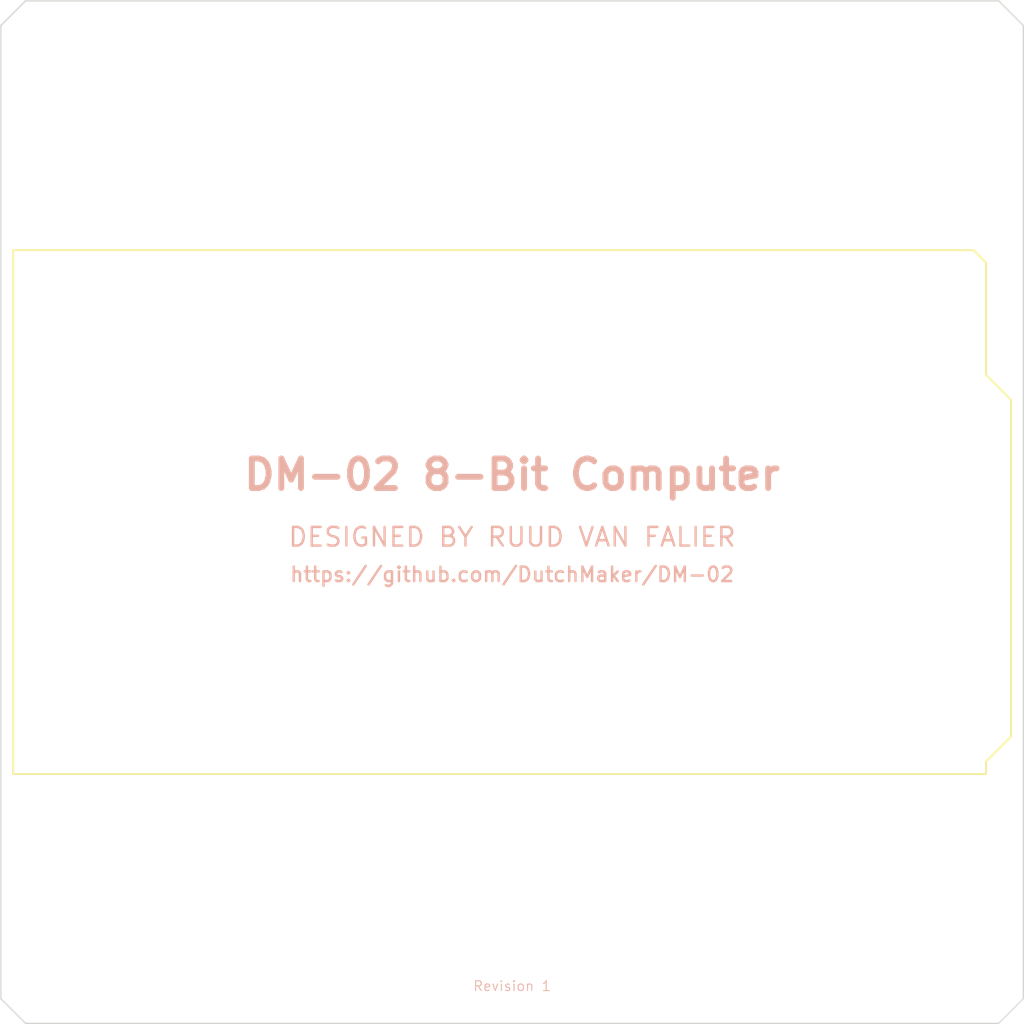
<source format=kicad_pcb>
(kicad_pcb (version 20171130) (host pcbnew 5.0.2+dfsg1-1)

  (general
    (thickness 1.6)
    (drawings 21)
    (tracks 0)
    (zones 0)
    (modules 8)
    (nets 1)
  )

  (page A4)
  (layers
    (0 F.Cu signal)
    (31 B.Cu signal)
    (32 B.Adhes user hide)
    (33 F.Adhes user hide)
    (34 B.Paste user hide)
    (35 F.Paste user hide)
    (36 B.SilkS user)
    (37 F.SilkS user)
    (38 B.Mask user hide)
    (39 F.Mask user hide)
    (40 Dwgs.User user hide)
    (41 Cmts.User user hide)
    (42 Eco1.User user hide)
    (43 Eco2.User user hide)
    (44 Edge.Cuts user)
    (45 Margin user)
    (46 B.CrtYd user hide)
    (47 F.CrtYd user hide)
    (48 B.Fab user hide)
    (49 F.Fab user)
  )

  (setup
    (last_trace_width 0.25)
    (trace_clearance 0.2)
    (zone_clearance 0.508)
    (zone_45_only no)
    (trace_min 0.2)
    (segment_width 0.2)
    (edge_width 0.15)
    (via_size 0.8)
    (via_drill 0.4)
    (via_min_size 0.4)
    (via_min_drill 0.3)
    (uvia_size 0.3)
    (uvia_drill 0.1)
    (uvias_allowed no)
    (uvia_min_size 0.2)
    (uvia_min_drill 0.1)
    (pcb_text_width 0.3)
    (pcb_text_size 1.5 1.5)
    (mod_edge_width 0.15)
    (mod_text_size 1 1)
    (mod_text_width 0.15)
    (pad_size 1.524 1.524)
    (pad_drill 0.762)
    (pad_to_mask_clearance 0.051)
    (solder_mask_min_width 0.25)
    (aux_axis_origin 0 0)
    (visible_elements FFFFFF7F)
    (pcbplotparams
      (layerselection 0x010fc_ffffffff)
      (usegerberextensions true)
      (usegerberattributes false)
      (usegerberadvancedattributes false)
      (creategerberjobfile false)
      (excludeedgelayer true)
      (linewidth 0.100000)
      (plotframeref false)
      (viasonmask false)
      (mode 1)
      (useauxorigin false)
      (hpglpennumber 1)
      (hpglpenspeed 20)
      (hpglpendiameter 15.000000)
      (psnegative false)
      (psa4output false)
      (plotreference true)
      (plotvalue true)
      (plotinvisibletext false)
      (padsonsilk false)
      (subtractmaskfromsilk false)
      (outputformat 1)
      (mirror false)
      (drillshape 0)
      (scaleselection 1)
      (outputdirectory "gerber/"))
  )

  (net 0 "")

  (net_class Default "This is the default net class."
    (clearance 0.2)
    (trace_width 0.25)
    (via_dia 0.8)
    (via_drill 0.4)
    (uvia_dia 0.3)
    (uvia_drill 0.1)
  )

  (module MountingHole:MountingHole_3.2mm_M3 (layer F.Cu) (tedit 5D77B31F) (tstamp 5D77EB54)
    (at 118.11 54.61)
    (descr "Mounting Hole 3.2mm, no annular, M3")
    (tags "mounting hole 3.2mm no annular m3")
    (path /5D77B2F7)
    (attr virtual)
    (fp_text reference H1 (at 0 -4.2) (layer F.SilkS) hide
      (effects (font (size 1 1) (thickness 0.15)))
    )
    (fp_text value MountingHole (at 0 4.2) (layer F.Fab) hide
      (effects (font (size 1 1) (thickness 0.15)))
    )
    (fp_text user %R (at 0.3 0) (layer F.Fab)
      (effects (font (size 1 1) (thickness 0.15)))
    )
    (fp_circle (center 0 0) (end 3.2 0) (layer Cmts.User) (width 0.15))
    (fp_circle (center 0 0) (end 3.45 0) (layer F.CrtYd) (width 0.05))
    (pad 1 np_thru_hole circle (at 0 0) (size 3.2 3.2) (drill 3.2) (layers *.Cu *.Mask))
  )

  (module MountingHole:MountingHole_3.2mm_M3 (layer F.Cu) (tedit 5D77B31F) (tstamp 5D77EB46)
    (at 124.46 102.87)
    (descr "Mounting Hole 3.2mm, no annular, M3")
    (tags "mounting hole 3.2mm no annular m3")
    (path /5D77B2F7)
    (attr virtual)
    (fp_text reference H1 (at 0 -4.2) (layer F.SilkS) hide
      (effects (font (size 1 1) (thickness 0.15)))
    )
    (fp_text value MountingHole (at 0 4.2) (layer F.Fab) hide
      (effects (font (size 1 1) (thickness 0.15)))
    )
    (fp_circle (center 0 0) (end 3.45 0) (layer F.CrtYd) (width 0.05))
    (fp_circle (center 0 0) (end 3.2 0) (layer Cmts.User) (width 0.15))
    (fp_text user %R (at 0.3 0) (layer F.Fab)
      (effects (font (size 1 1) (thickness 0.15)))
    )
    (pad 1 np_thru_hole circle (at 0 0) (size 3.2 3.2) (drill 3.2) (layers *.Cu *.Mask))
  )

  (module MountingHole:MountingHole_3.2mm_M3 (layer F.Cu) (tedit 5D77B31F) (tstamp 5D77EB38)
    (at 41.91 102.87)
    (descr "Mounting Hole 3.2mm, no annular, M3")
    (tags "mounting hole 3.2mm no annular m3")
    (path /5D77B2F7)
    (attr virtual)
    (fp_text reference H1 (at 0 -4.2) (layer F.SilkS) hide
      (effects (font (size 1 1) (thickness 0.15)))
    )
    (fp_text value MountingHole (at 0 4.2) (layer F.Fab) hide
      (effects (font (size 1 1) (thickness 0.15)))
    )
    (fp_text user %R (at 0.3 0) (layer F.Fab)
      (effects (font (size 1 1) (thickness 0.15)))
    )
    (fp_circle (center 0 0) (end 3.2 0) (layer Cmts.User) (width 0.15))
    (fp_circle (center 0 0) (end 3.45 0) (layer F.CrtYd) (width 0.05))
    (pad 1 np_thru_hole circle (at 0 0) (size 3.2 3.2) (drill 3.2) (layers *.Cu *.Mask))
  )

  (module MountingHole:MountingHole_3.2mm_M3 (layer F.Cu) (tedit 5D77B31F) (tstamp 5D77EB2A)
    (at 43.18 54.61)
    (descr "Mounting Hole 3.2mm, no annular, M3")
    (tags "mounting hole 3.2mm no annular m3")
    (path /5D77B2F7)
    (attr virtual)
    (fp_text reference H1 (at 0 -4.2) (layer F.SilkS) hide
      (effects (font (size 1 1) (thickness 0.15)))
    )
    (fp_text value MountingHole (at 0 4.2) (layer F.Fab) hide
      (effects (font (size 1 1) (thickness 0.15)))
    )
    (fp_circle (center 0 0) (end 3.45 0) (layer F.CrtYd) (width 0.05))
    (fp_circle (center 0 0) (end 3.2 0) (layer Cmts.User) (width 0.15))
    (fp_text user %R (at 0.3 0) (layer F.Fab)
      (effects (font (size 1 1) (thickness 0.15)))
    )
    (pad 1 np_thru_hole circle (at 0 0) (size 3.2 3.2) (drill 3.2) (layers *.Cu *.Mask))
  )

  (module MountingHole:MountingHole_3.2mm_M3 (layer F.Cu) (tedit 5D77B335) (tstamp 5D8FADFB)
    (at 125.73 31.75)
    (descr "Mounting Hole 3.2mm, no annular, M3")
    (tags "mounting hole 3.2mm no annular m3")
    (path /5D77B482)
    (attr virtual)
    (fp_text reference H4 (at 0 -4.2) (layer F.SilkS) hide
      (effects (font (size 1 1) (thickness 0.15)))
    )
    (fp_text value MountingHole (at 0 4.2) (layer F.Fab) hide
      (effects (font (size 1 1) (thickness 0.15)))
    )
    (fp_circle (center 0 0) (end 3.45 0) (layer F.CrtYd) (width 0.05))
    (fp_circle (center 0 0) (end 3.2 0) (layer Cmts.User) (width 0.15))
    (fp_text user %R (at 0.3 0) (layer F.Fab)
      (effects (font (size 1 1) (thickness 0.15)))
    )
    (pad 1 np_thru_hole circle (at 0 0) (size 3.2 3.2) (drill 3.2) (layers *.Cu *.Mask))
  )

  (module MountingHole:MountingHole_3.2mm_M3 (layer F.Cu) (tedit 5D77B345) (tstamp 5D8FADF3)
    (at 125.73 125.73)
    (descr "Mounting Hole 3.2mm, no annular, M3")
    (tags "mounting hole 3.2mm no annular m3")
    (path /5D77B464)
    (attr virtual)
    (fp_text reference H3 (at 0 -4.2) (layer F.SilkS) hide
      (effects (font (size 1 1) (thickness 0.15)))
    )
    (fp_text value MountingHole (at 0 4.2) (layer F.Fab) hide
      (effects (font (size 1 1) (thickness 0.15)))
    )
    (fp_text user %R (at 0.3 0) (layer F.Fab)
      (effects (font (size 1 1) (thickness 0.15)))
    )
    (fp_circle (center 0 0) (end 3.2 0) (layer Cmts.User) (width 0.15))
    (fp_circle (center 0 0) (end 3.45 0) (layer F.CrtYd) (width 0.05))
    (pad 1 np_thru_hole circle (at 0 0) (size 3.2 3.2) (drill 3.2) (layers *.Cu *.Mask))
  )

  (module MountingHole:MountingHole_3.2mm_M3 (layer F.Cu) (tedit 5D77B32B) (tstamp 5D8FADEB)
    (at 31.75 125.73)
    (descr "Mounting Hole 3.2mm, no annular, M3")
    (tags "mounting hole 3.2mm no annular m3")
    (path /5D77B473)
    (attr virtual)
    (fp_text reference H2 (at 0 -4.2) (layer F.SilkS) hide
      (effects (font (size 1 1) (thickness 0.15)))
    )
    (fp_text value MountingHole (at 0 4.2) (layer F.Fab) hide
      (effects (font (size 1 1) (thickness 0.15)))
    )
    (fp_circle (center 0 0) (end 3.45 0) (layer F.CrtYd) (width 0.05))
    (fp_circle (center 0 0) (end 3.2 0) (layer Cmts.User) (width 0.15))
    (fp_text user %R (at 0.3 0) (layer F.Fab)
      (effects (font (size 1 1) (thickness 0.15)))
    )
    (pad 1 np_thru_hole circle (at 0 0) (size 3.2 3.2) (drill 3.2) (layers *.Cu *.Mask))
  )

  (module MountingHole:MountingHole_3.2mm_M3 (layer F.Cu) (tedit 5D77B31F) (tstamp 5D8FADE3)
    (at 31.75 31.75)
    (descr "Mounting Hole 3.2mm, no annular, M3")
    (tags "mounting hole 3.2mm no annular m3")
    (path /5D77B2F7)
    (attr virtual)
    (fp_text reference H1 (at 0 -4.2) (layer F.SilkS) hide
      (effects (font (size 1 1) (thickness 0.15)))
    )
    (fp_text value MountingHole (at 0 4.2) (layer F.Fab) hide
      (effects (font (size 1 1) (thickness 0.15)))
    )
    (fp_text user %R (at 0.3 0) (layer F.Fab)
      (effects (font (size 1 1) (thickness 0.15)))
    )
    (fp_circle (center 0 0) (end 3.2 0) (layer Cmts.User) (width 0.15))
    (fp_circle (center 0 0) (end 3.45 0) (layer F.CrtYd) (width 0.05))
    (pad 1 np_thru_hole circle (at 0 0) (size 3.2 3.2) (drill 3.2) (layers *.Cu *.Mask))
  )

  (gr_text https://github.com/DutchMaker/DM-02 (at 78.74 85.09) (layer B.SilkS) (tstamp 5D77ECB2)
    (effects (font (size 1.48 1.48) (thickness 0.25)))
  )
  (gr_text "DESIGNED BY RUUD VAN FALIER" (at 78.74 81.28) (layer B.SilkS) (tstamp 5D77ECAA)
    (effects (font (size 1.9 1.9) (thickness 0.25)))
  )
  (gr_text "DM-02 8-Bit Computer" (at 78.74 74.93) (layer B.SilkS)
    (effects (font (size 3 3) (thickness 0.6)))
  )
  (gr_line (start 27.94 105.41) (end 27.94 52.07) (layer F.SilkS) (width 0.2))
  (gr_line (start 127 105.41) (end 27.94 105.41) (layer F.SilkS) (width 0.2))
  (gr_line (start 127 104.14) (end 127 105.41) (layer F.SilkS) (width 0.2))
  (gr_line (start 129.54 101.6) (end 127 104.14) (layer F.SilkS) (width 0.2))
  (gr_line (start 129.54 67.31) (end 129.54 101.6) (layer F.SilkS) (width 0.2))
  (gr_line (start 127 64.77) (end 129.54 67.31) (layer F.SilkS) (width 0.2))
  (gr_line (start 127 53.34) (end 127 64.77) (layer F.SilkS) (width 0.2))
  (gr_line (start 125.73 52.07) (end 127 53.34) (layer F.SilkS) (width 0.2))
  (gr_line (start 27.94 52.07) (end 125.73 52.07) (layer F.SilkS) (width 0.2))
  (gr_text "Revision 1" (at 78.74 127) (layer B.SilkS) (tstamp 5D77ED11)
    (effects (font (size 1 1) (thickness 0.1)))
  )
  (gr_line (start 130.81 128.27) (end 128.27 130.81) (layer Edge.Cuts) (width 0.15) (tstamp 5D77B0B8))
  (gr_line (start 128.27 130.81) (end 29.21 130.81) (layer Edge.Cuts) (width 0.15) (tstamp 5D77B0B7))
  (gr_line (start 29.21 130.81) (end 26.67 128.27) (layer Edge.Cuts) (width 0.15) (tstamp 5D77B0B6))
  (gr_line (start 29.21 26.67) (end 128.27 26.67) (layer Edge.Cuts) (width 0.15) (tstamp 5D77B0B3))
  (gr_line (start 130.81 29.21) (end 130.81 128.27) (layer Edge.Cuts) (width 0.15) (tstamp 5D77B0B2))
  (gr_line (start 26.67 128.27) (end 26.67 29.21) (layer Edge.Cuts) (width 0.15) (tstamp 5D77B0B1))
  (gr_line (start 26.67 29.21) (end 29.21 26.67) (layer Edge.Cuts) (width 0.15) (tstamp 5D77B0B0))
  (gr_line (start 128.27 26.67) (end 130.81 29.21) (layer Edge.Cuts) (width 0.15) (tstamp 5D77B0AF))

)

</source>
